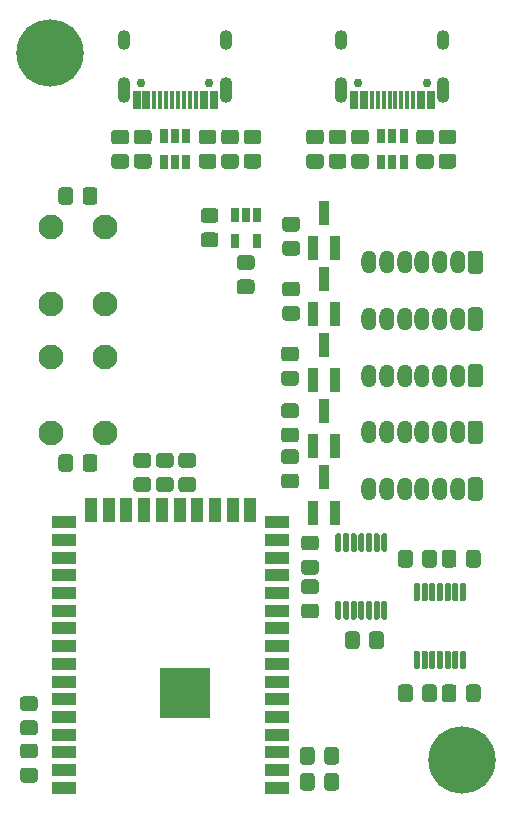
<source format=gbr>
%TF.GenerationSoftware,KiCad,Pcbnew,5.1.6-c6e7f7d~86~ubuntu18.04.1*%
%TF.CreationDate,2021-04-26T01:47:06-07:00*%
%TF.ProjectId,main_board,6d61696e-5f62-46f6-9172-642e6b696361,rev?*%
%TF.SameCoordinates,Original*%
%TF.FileFunction,Soldermask,Top*%
%TF.FilePolarity,Negative*%
%FSLAX46Y46*%
G04 Gerber Fmt 4.6, Leading zero omitted, Abs format (unit mm)*
G04 Created by KiCad (PCBNEW 5.1.6-c6e7f7d~86~ubuntu18.04.1) date 2021-04-26 01:47:06*
%MOMM*%
%LPD*%
G01*
G04 APERTURE LIST*
%ADD10C,2.100000*%
%ADD11R,2.100000X1.000000*%
%ADD12R,1.000000X2.100000*%
%ADD13C,0.600000*%
%ADD14C,1.800000*%
%ADD15R,4.200000X4.200000*%
%ADD16R,0.900000X2.000000*%
%ADD17C,5.700000*%
%ADD18R,0.700000X1.550000*%
%ADD19R,0.400000X1.550000*%
%ADD20O,1.100000X2.200000*%
%ADD21C,0.750000*%
%ADD22O,1.100000X1.700000*%
%ADD23R,0.750000X1.160000*%
%ADD24O,1.270000X1.970000*%
G04 APERTURE END LIST*
%TO.C,U6*%
G36*
G01*
X178125000Y-78825000D02*
X177875000Y-78825000D01*
G75*
G02*
X177750000Y-78700000I0J125000D01*
G01*
X177750000Y-77375000D01*
G75*
G02*
X177875000Y-77250000I125000J0D01*
G01*
X178125000Y-77250000D01*
G75*
G02*
X178250000Y-77375000I0J-125000D01*
G01*
X178250000Y-78700000D01*
G75*
G02*
X178125000Y-78825000I-125000J0D01*
G01*
G37*
G36*
G01*
X178775000Y-78825000D02*
X178525000Y-78825000D01*
G75*
G02*
X178400000Y-78700000I0J125000D01*
G01*
X178400000Y-77375000D01*
G75*
G02*
X178525000Y-77250000I125000J0D01*
G01*
X178775000Y-77250000D01*
G75*
G02*
X178900000Y-77375000I0J-125000D01*
G01*
X178900000Y-78700000D01*
G75*
G02*
X178775000Y-78825000I-125000J0D01*
G01*
G37*
G36*
G01*
X179425000Y-78825000D02*
X179175000Y-78825000D01*
G75*
G02*
X179050000Y-78700000I0J125000D01*
G01*
X179050000Y-77375000D01*
G75*
G02*
X179175000Y-77250000I125000J0D01*
G01*
X179425000Y-77250000D01*
G75*
G02*
X179550000Y-77375000I0J-125000D01*
G01*
X179550000Y-78700000D01*
G75*
G02*
X179425000Y-78825000I-125000J0D01*
G01*
G37*
G36*
G01*
X180075000Y-78825000D02*
X179825000Y-78825000D01*
G75*
G02*
X179700000Y-78700000I0J125000D01*
G01*
X179700000Y-77375000D01*
G75*
G02*
X179825000Y-77250000I125000J0D01*
G01*
X180075000Y-77250000D01*
G75*
G02*
X180200000Y-77375000I0J-125000D01*
G01*
X180200000Y-78700000D01*
G75*
G02*
X180075000Y-78825000I-125000J0D01*
G01*
G37*
G36*
G01*
X180725000Y-78825000D02*
X180475000Y-78825000D01*
G75*
G02*
X180350000Y-78700000I0J125000D01*
G01*
X180350000Y-77375000D01*
G75*
G02*
X180475000Y-77250000I125000J0D01*
G01*
X180725000Y-77250000D01*
G75*
G02*
X180850000Y-77375000I0J-125000D01*
G01*
X180850000Y-78700000D01*
G75*
G02*
X180725000Y-78825000I-125000J0D01*
G01*
G37*
G36*
G01*
X181375000Y-78825000D02*
X181125000Y-78825000D01*
G75*
G02*
X181000000Y-78700000I0J125000D01*
G01*
X181000000Y-77375000D01*
G75*
G02*
X181125000Y-77250000I125000J0D01*
G01*
X181375000Y-77250000D01*
G75*
G02*
X181500000Y-77375000I0J-125000D01*
G01*
X181500000Y-78700000D01*
G75*
G02*
X181375000Y-78825000I-125000J0D01*
G01*
G37*
G36*
G01*
X182025000Y-78825000D02*
X181775000Y-78825000D01*
G75*
G02*
X181650000Y-78700000I0J125000D01*
G01*
X181650000Y-77375000D01*
G75*
G02*
X181775000Y-77250000I125000J0D01*
G01*
X182025000Y-77250000D01*
G75*
G02*
X182150000Y-77375000I0J-125000D01*
G01*
X182150000Y-78700000D01*
G75*
G02*
X182025000Y-78825000I-125000J0D01*
G01*
G37*
G36*
G01*
X182025000Y-84550000D02*
X181775000Y-84550000D01*
G75*
G02*
X181650000Y-84425000I0J125000D01*
G01*
X181650000Y-83100000D01*
G75*
G02*
X181775000Y-82975000I125000J0D01*
G01*
X182025000Y-82975000D01*
G75*
G02*
X182150000Y-83100000I0J-125000D01*
G01*
X182150000Y-84425000D01*
G75*
G02*
X182025000Y-84550000I-125000J0D01*
G01*
G37*
G36*
G01*
X181375000Y-84550000D02*
X181125000Y-84550000D01*
G75*
G02*
X181000000Y-84425000I0J125000D01*
G01*
X181000000Y-83100000D01*
G75*
G02*
X181125000Y-82975000I125000J0D01*
G01*
X181375000Y-82975000D01*
G75*
G02*
X181500000Y-83100000I0J-125000D01*
G01*
X181500000Y-84425000D01*
G75*
G02*
X181375000Y-84550000I-125000J0D01*
G01*
G37*
G36*
G01*
X180725000Y-84550000D02*
X180475000Y-84550000D01*
G75*
G02*
X180350000Y-84425000I0J125000D01*
G01*
X180350000Y-83100000D01*
G75*
G02*
X180475000Y-82975000I125000J0D01*
G01*
X180725000Y-82975000D01*
G75*
G02*
X180850000Y-83100000I0J-125000D01*
G01*
X180850000Y-84425000D01*
G75*
G02*
X180725000Y-84550000I-125000J0D01*
G01*
G37*
G36*
G01*
X180075000Y-84550000D02*
X179825000Y-84550000D01*
G75*
G02*
X179700000Y-84425000I0J125000D01*
G01*
X179700000Y-83100000D01*
G75*
G02*
X179825000Y-82975000I125000J0D01*
G01*
X180075000Y-82975000D01*
G75*
G02*
X180200000Y-83100000I0J-125000D01*
G01*
X180200000Y-84425000D01*
G75*
G02*
X180075000Y-84550000I-125000J0D01*
G01*
G37*
G36*
G01*
X179425000Y-84550000D02*
X179175000Y-84550000D01*
G75*
G02*
X179050000Y-84425000I0J125000D01*
G01*
X179050000Y-83100000D01*
G75*
G02*
X179175000Y-82975000I125000J0D01*
G01*
X179425000Y-82975000D01*
G75*
G02*
X179550000Y-83100000I0J-125000D01*
G01*
X179550000Y-84425000D01*
G75*
G02*
X179425000Y-84550000I-125000J0D01*
G01*
G37*
G36*
G01*
X178775000Y-84550000D02*
X178525000Y-84550000D01*
G75*
G02*
X178400000Y-84425000I0J125000D01*
G01*
X178400000Y-83100000D01*
G75*
G02*
X178525000Y-82975000I125000J0D01*
G01*
X178775000Y-82975000D01*
G75*
G02*
X178900000Y-83100000I0J-125000D01*
G01*
X178900000Y-84425000D01*
G75*
G02*
X178775000Y-84550000I-125000J0D01*
G01*
G37*
G36*
G01*
X178125000Y-84550000D02*
X177875000Y-84550000D01*
G75*
G02*
X177750000Y-84425000I0J125000D01*
G01*
X177750000Y-83100000D01*
G75*
G02*
X177875000Y-82975000I125000J0D01*
G01*
X178125000Y-82975000D01*
G75*
G02*
X178250000Y-83100000I0J-125000D01*
G01*
X178250000Y-84425000D01*
G75*
G02*
X178125000Y-84550000I-125000J0D01*
G01*
G37*
%TD*%
%TO.C,U5*%
G36*
G01*
X184775000Y-83025000D02*
X184525000Y-83025000D01*
G75*
G02*
X184400000Y-82900000I0J125000D01*
G01*
X184400000Y-81575000D01*
G75*
G02*
X184525000Y-81450000I125000J0D01*
G01*
X184775000Y-81450000D01*
G75*
G02*
X184900000Y-81575000I0J-125000D01*
G01*
X184900000Y-82900000D01*
G75*
G02*
X184775000Y-83025000I-125000J0D01*
G01*
G37*
G36*
G01*
X185425000Y-83025000D02*
X185175000Y-83025000D01*
G75*
G02*
X185050000Y-82900000I0J125000D01*
G01*
X185050000Y-81575000D01*
G75*
G02*
X185175000Y-81450000I125000J0D01*
G01*
X185425000Y-81450000D01*
G75*
G02*
X185550000Y-81575000I0J-125000D01*
G01*
X185550000Y-82900000D01*
G75*
G02*
X185425000Y-83025000I-125000J0D01*
G01*
G37*
G36*
G01*
X186075000Y-83025000D02*
X185825000Y-83025000D01*
G75*
G02*
X185700000Y-82900000I0J125000D01*
G01*
X185700000Y-81575000D01*
G75*
G02*
X185825000Y-81450000I125000J0D01*
G01*
X186075000Y-81450000D01*
G75*
G02*
X186200000Y-81575000I0J-125000D01*
G01*
X186200000Y-82900000D01*
G75*
G02*
X186075000Y-83025000I-125000J0D01*
G01*
G37*
G36*
G01*
X186725000Y-83025000D02*
X186475000Y-83025000D01*
G75*
G02*
X186350000Y-82900000I0J125000D01*
G01*
X186350000Y-81575000D01*
G75*
G02*
X186475000Y-81450000I125000J0D01*
G01*
X186725000Y-81450000D01*
G75*
G02*
X186850000Y-81575000I0J-125000D01*
G01*
X186850000Y-82900000D01*
G75*
G02*
X186725000Y-83025000I-125000J0D01*
G01*
G37*
G36*
G01*
X187375000Y-83025000D02*
X187125000Y-83025000D01*
G75*
G02*
X187000000Y-82900000I0J125000D01*
G01*
X187000000Y-81575000D01*
G75*
G02*
X187125000Y-81450000I125000J0D01*
G01*
X187375000Y-81450000D01*
G75*
G02*
X187500000Y-81575000I0J-125000D01*
G01*
X187500000Y-82900000D01*
G75*
G02*
X187375000Y-83025000I-125000J0D01*
G01*
G37*
G36*
G01*
X188025000Y-83025000D02*
X187775000Y-83025000D01*
G75*
G02*
X187650000Y-82900000I0J125000D01*
G01*
X187650000Y-81575000D01*
G75*
G02*
X187775000Y-81450000I125000J0D01*
G01*
X188025000Y-81450000D01*
G75*
G02*
X188150000Y-81575000I0J-125000D01*
G01*
X188150000Y-82900000D01*
G75*
G02*
X188025000Y-83025000I-125000J0D01*
G01*
G37*
G36*
G01*
X188675000Y-83025000D02*
X188425000Y-83025000D01*
G75*
G02*
X188300000Y-82900000I0J125000D01*
G01*
X188300000Y-81575000D01*
G75*
G02*
X188425000Y-81450000I125000J0D01*
G01*
X188675000Y-81450000D01*
G75*
G02*
X188800000Y-81575000I0J-125000D01*
G01*
X188800000Y-82900000D01*
G75*
G02*
X188675000Y-83025000I-125000J0D01*
G01*
G37*
G36*
G01*
X188675000Y-88750000D02*
X188425000Y-88750000D01*
G75*
G02*
X188300000Y-88625000I0J125000D01*
G01*
X188300000Y-87300000D01*
G75*
G02*
X188425000Y-87175000I125000J0D01*
G01*
X188675000Y-87175000D01*
G75*
G02*
X188800000Y-87300000I0J-125000D01*
G01*
X188800000Y-88625000D01*
G75*
G02*
X188675000Y-88750000I-125000J0D01*
G01*
G37*
G36*
G01*
X188025000Y-88750000D02*
X187775000Y-88750000D01*
G75*
G02*
X187650000Y-88625000I0J125000D01*
G01*
X187650000Y-87300000D01*
G75*
G02*
X187775000Y-87175000I125000J0D01*
G01*
X188025000Y-87175000D01*
G75*
G02*
X188150000Y-87300000I0J-125000D01*
G01*
X188150000Y-88625000D01*
G75*
G02*
X188025000Y-88750000I-125000J0D01*
G01*
G37*
G36*
G01*
X187375000Y-88750000D02*
X187125000Y-88750000D01*
G75*
G02*
X187000000Y-88625000I0J125000D01*
G01*
X187000000Y-87300000D01*
G75*
G02*
X187125000Y-87175000I125000J0D01*
G01*
X187375000Y-87175000D01*
G75*
G02*
X187500000Y-87300000I0J-125000D01*
G01*
X187500000Y-88625000D01*
G75*
G02*
X187375000Y-88750000I-125000J0D01*
G01*
G37*
G36*
G01*
X186725000Y-88750000D02*
X186475000Y-88750000D01*
G75*
G02*
X186350000Y-88625000I0J125000D01*
G01*
X186350000Y-87300000D01*
G75*
G02*
X186475000Y-87175000I125000J0D01*
G01*
X186725000Y-87175000D01*
G75*
G02*
X186850000Y-87300000I0J-125000D01*
G01*
X186850000Y-88625000D01*
G75*
G02*
X186725000Y-88750000I-125000J0D01*
G01*
G37*
G36*
G01*
X186075000Y-88750000D02*
X185825000Y-88750000D01*
G75*
G02*
X185700000Y-88625000I0J125000D01*
G01*
X185700000Y-87300000D01*
G75*
G02*
X185825000Y-87175000I125000J0D01*
G01*
X186075000Y-87175000D01*
G75*
G02*
X186200000Y-87300000I0J-125000D01*
G01*
X186200000Y-88625000D01*
G75*
G02*
X186075000Y-88750000I-125000J0D01*
G01*
G37*
G36*
G01*
X185425000Y-88750000D02*
X185175000Y-88750000D01*
G75*
G02*
X185050000Y-88625000I0J125000D01*
G01*
X185050000Y-87300000D01*
G75*
G02*
X185175000Y-87175000I125000J0D01*
G01*
X185425000Y-87175000D01*
G75*
G02*
X185550000Y-87300000I0J-125000D01*
G01*
X185550000Y-88625000D01*
G75*
G02*
X185425000Y-88750000I-125000J0D01*
G01*
G37*
G36*
G01*
X184775000Y-88750000D02*
X184525000Y-88750000D01*
G75*
G02*
X184400000Y-88625000I0J125000D01*
G01*
X184400000Y-87300000D01*
G75*
G02*
X184525000Y-87175000I125000J0D01*
G01*
X184775000Y-87175000D01*
G75*
G02*
X184900000Y-87300000I0J-125000D01*
G01*
X184900000Y-88625000D01*
G75*
G02*
X184775000Y-88750000I-125000J0D01*
G01*
G37*
%TD*%
D10*
%TO.C,SW2*%
X158200000Y-68800000D03*
X153700000Y-68800000D03*
X158200000Y-62300000D03*
X153700000Y-62300000D03*
%TD*%
%TO.C,C5*%
G36*
G01*
X154300000Y-71778262D02*
X154300000Y-70821738D01*
G75*
G02*
X154571738Y-70550000I271738J0D01*
G01*
X155278262Y-70550000D01*
G75*
G02*
X155550000Y-70821738I0J-271738D01*
G01*
X155550000Y-71778262D01*
G75*
G02*
X155278262Y-72050000I-271738J0D01*
G01*
X154571738Y-72050000D01*
G75*
G02*
X154300000Y-71778262I0J271738D01*
G01*
G37*
G36*
G01*
X156350000Y-71778262D02*
X156350000Y-70821738D01*
G75*
G02*
X156621738Y-70550000I271738J0D01*
G01*
X157328262Y-70550000D01*
G75*
G02*
X157600000Y-70821738I0J-271738D01*
G01*
X157600000Y-71778262D01*
G75*
G02*
X157328262Y-72050000I-271738J0D01*
G01*
X156621738Y-72050000D01*
G75*
G02*
X156350000Y-71778262I0J271738D01*
G01*
G37*
%TD*%
D11*
%TO.C,U1*%
X154800000Y-98800000D03*
X154800000Y-97300000D03*
X154800000Y-95800000D03*
X154800000Y-94300000D03*
X154800000Y-92800000D03*
X154800000Y-91300000D03*
X154800000Y-89800000D03*
X154800000Y-88300000D03*
X154800000Y-86800000D03*
X154800000Y-85300000D03*
X154800000Y-83800000D03*
X154800000Y-82300000D03*
X154800000Y-80800000D03*
X154800000Y-79300000D03*
X154800000Y-77800000D03*
D12*
X157050000Y-75300000D03*
X158550000Y-75300000D03*
X160050000Y-75300000D03*
X161550000Y-75300000D03*
X163050000Y-75300000D03*
X164550000Y-75300000D03*
X166050000Y-75300000D03*
X167550000Y-75300000D03*
X169050000Y-75300000D03*
D11*
X172800000Y-76300000D03*
X172800000Y-77800000D03*
X172800000Y-79300000D03*
X172800000Y-80800000D03*
X172800000Y-82300000D03*
X172800000Y-83800000D03*
X172800000Y-85300000D03*
X172800000Y-86800000D03*
X172800000Y-88300000D03*
X172800000Y-89800000D03*
X172800000Y-91300000D03*
X172800000Y-92800000D03*
X172800000Y-94300000D03*
X172800000Y-95800000D03*
X172800000Y-97300000D03*
X172800000Y-98800000D03*
D13*
X163490000Y-90000000D03*
X166490000Y-90000000D03*
X163490000Y-91500000D03*
X166490000Y-91500000D03*
X164240000Y-89250000D03*
X165740000Y-89250000D03*
X164240000Y-92250000D03*
X165740000Y-92250000D03*
D14*
X164990000Y-90750000D03*
D15*
X164990000Y-90750000D03*
D11*
X154800000Y-76300000D03*
D12*
X170550000Y-75300000D03*
%TD*%
D16*
%TO.C,Q5*%
X176800000Y-72500000D03*
X177750000Y-75500000D03*
X175850000Y-75500000D03*
%TD*%
D17*
%TO.C,H2*%
X153550000Y-36549999D03*
%TD*%
%TO.C,H1*%
X188450000Y-96450000D03*
%TD*%
%TO.C,R9*%
G36*
G01*
X179800000Y-85821738D02*
X179800000Y-86778262D01*
G75*
G02*
X179528262Y-87050000I-271738J0D01*
G01*
X178821738Y-87050000D01*
G75*
G02*
X178550000Y-86778262I0J271738D01*
G01*
X178550000Y-85821738D01*
G75*
G02*
X178821738Y-85550000I271738J0D01*
G01*
X179528262Y-85550000D01*
G75*
G02*
X179800000Y-85821738I0J-271738D01*
G01*
G37*
G36*
G01*
X181850000Y-85821738D02*
X181850000Y-86778262D01*
G75*
G02*
X181578262Y-87050000I-271738J0D01*
G01*
X180871738Y-87050000D01*
G75*
G02*
X180600000Y-86778262I0J271738D01*
G01*
X180600000Y-85821738D01*
G75*
G02*
X180871738Y-85550000I271738J0D01*
G01*
X181578262Y-85550000D01*
G75*
G02*
X181850000Y-85821738I0J-271738D01*
G01*
G37*
%TD*%
%TO.C,R7*%
G36*
G01*
X188000000Y-78921738D02*
X188000000Y-79878262D01*
G75*
G02*
X187728262Y-80150000I-271738J0D01*
G01*
X187021738Y-80150000D01*
G75*
G02*
X186750000Y-79878262I0J271738D01*
G01*
X186750000Y-78921738D01*
G75*
G02*
X187021738Y-78650000I271738J0D01*
G01*
X187728262Y-78650000D01*
G75*
G02*
X188000000Y-78921738I0J-271738D01*
G01*
G37*
G36*
G01*
X190050000Y-78921738D02*
X190050000Y-79878262D01*
G75*
G02*
X189778262Y-80150000I-271738J0D01*
G01*
X189071738Y-80150000D01*
G75*
G02*
X188800000Y-79878262I0J271738D01*
G01*
X188800000Y-78921738D01*
G75*
G02*
X189071738Y-78650000I271738J0D01*
G01*
X189778262Y-78650000D01*
G75*
G02*
X190050000Y-78921738I0J-271738D01*
G01*
G37*
%TD*%
%TO.C,R8*%
G36*
G01*
X185100000Y-79878262D02*
X185100000Y-78921738D01*
G75*
G02*
X185371738Y-78650000I271738J0D01*
G01*
X186078262Y-78650000D01*
G75*
G02*
X186350000Y-78921738I0J-271738D01*
G01*
X186350000Y-79878262D01*
G75*
G02*
X186078262Y-80150000I-271738J0D01*
G01*
X185371738Y-80150000D01*
G75*
G02*
X185100000Y-79878262I0J271738D01*
G01*
G37*
G36*
G01*
X183050000Y-79878262D02*
X183050000Y-78921738D01*
G75*
G02*
X183321738Y-78650000I271738J0D01*
G01*
X184028262Y-78650000D01*
G75*
G02*
X184300000Y-78921738I0J-271738D01*
G01*
X184300000Y-79878262D01*
G75*
G02*
X184028262Y-80150000I-271738J0D01*
G01*
X183321738Y-80150000D01*
G75*
G02*
X183050000Y-79878262I0J271738D01*
G01*
G37*
%TD*%
%TO.C,R6*%
G36*
G01*
X185100000Y-91278262D02*
X185100000Y-90321738D01*
G75*
G02*
X185371738Y-90050000I271738J0D01*
G01*
X186078262Y-90050000D01*
G75*
G02*
X186350000Y-90321738I0J-271738D01*
G01*
X186350000Y-91278262D01*
G75*
G02*
X186078262Y-91550000I-271738J0D01*
G01*
X185371738Y-91550000D01*
G75*
G02*
X185100000Y-91278262I0J271738D01*
G01*
G37*
G36*
G01*
X183050000Y-91278262D02*
X183050000Y-90321738D01*
G75*
G02*
X183321738Y-90050000I271738J0D01*
G01*
X184028262Y-90050000D01*
G75*
G02*
X184300000Y-90321738I0J-271738D01*
G01*
X184300000Y-91278262D01*
G75*
G02*
X184028262Y-91550000I-271738J0D01*
G01*
X183321738Y-91550000D01*
G75*
G02*
X183050000Y-91278262I0J271738D01*
G01*
G37*
%TD*%
%TO.C,R5*%
G36*
G01*
X188000000Y-90321738D02*
X188000000Y-91278262D01*
G75*
G02*
X187728262Y-91550000I-271738J0D01*
G01*
X187021738Y-91550000D01*
G75*
G02*
X186750000Y-91278262I0J271738D01*
G01*
X186750000Y-90321738D01*
G75*
G02*
X187021738Y-90050000I271738J0D01*
G01*
X187728262Y-90050000D01*
G75*
G02*
X188000000Y-90321738I0J-271738D01*
G01*
G37*
G36*
G01*
X190050000Y-90321738D02*
X190050000Y-91278262D01*
G75*
G02*
X189778262Y-91550000I-271738J0D01*
G01*
X189071738Y-91550000D01*
G75*
G02*
X188800000Y-91278262I0J271738D01*
G01*
X188800000Y-90321738D01*
G75*
G02*
X189071738Y-90050000I271738J0D01*
G01*
X189778262Y-90050000D01*
G75*
G02*
X190050000Y-90321738I0J-271738D01*
G01*
G37*
%TD*%
%TO.C,R4*%
G36*
G01*
X175121738Y-83200000D02*
X176078262Y-83200000D01*
G75*
G02*
X176350000Y-83471738I0J-271738D01*
G01*
X176350000Y-84178262D01*
G75*
G02*
X176078262Y-84450000I-271738J0D01*
G01*
X175121738Y-84450000D01*
G75*
G02*
X174850000Y-84178262I0J271738D01*
G01*
X174850000Y-83471738D01*
G75*
G02*
X175121738Y-83200000I271738J0D01*
G01*
G37*
G36*
G01*
X175121738Y-81150000D02*
X176078262Y-81150000D01*
G75*
G02*
X176350000Y-81421738I0J-271738D01*
G01*
X176350000Y-82128262D01*
G75*
G02*
X176078262Y-82400000I-271738J0D01*
G01*
X175121738Y-82400000D01*
G75*
G02*
X174850000Y-82128262I0J271738D01*
G01*
X174850000Y-81421738D01*
G75*
G02*
X175121738Y-81150000I271738J0D01*
G01*
G37*
%TD*%
%TO.C,R3*%
G36*
G01*
X175121738Y-79500000D02*
X176078262Y-79500000D01*
G75*
G02*
X176350000Y-79771738I0J-271738D01*
G01*
X176350000Y-80478262D01*
G75*
G02*
X176078262Y-80750000I-271738J0D01*
G01*
X175121738Y-80750000D01*
G75*
G02*
X174850000Y-80478262I0J271738D01*
G01*
X174850000Y-79771738D01*
G75*
G02*
X175121738Y-79500000I271738J0D01*
G01*
G37*
G36*
G01*
X175121738Y-77450000D02*
X176078262Y-77450000D01*
G75*
G02*
X176350000Y-77721738I0J-271738D01*
G01*
X176350000Y-78428262D01*
G75*
G02*
X176078262Y-78700000I-271738J0D01*
G01*
X175121738Y-78700000D01*
G75*
G02*
X174850000Y-78428262I0J271738D01*
G01*
X174850000Y-77721738D01*
G75*
G02*
X175121738Y-77450000I271738J0D01*
G01*
G37*
%TD*%
%TO.C,R14*%
G36*
G01*
X174378262Y-71400000D02*
X173421738Y-71400000D01*
G75*
G02*
X173150000Y-71128262I0J271738D01*
G01*
X173150000Y-70421738D01*
G75*
G02*
X173421738Y-70150000I271738J0D01*
G01*
X174378262Y-70150000D01*
G75*
G02*
X174650000Y-70421738I0J-271738D01*
G01*
X174650000Y-71128262D01*
G75*
G02*
X174378262Y-71400000I-271738J0D01*
G01*
G37*
G36*
G01*
X174378262Y-73450000D02*
X173421738Y-73450000D01*
G75*
G02*
X173150000Y-73178262I0J271738D01*
G01*
X173150000Y-72471738D01*
G75*
G02*
X173421738Y-72200000I271738J0D01*
G01*
X174378262Y-72200000D01*
G75*
G02*
X174650000Y-72471738I0J-271738D01*
G01*
X174650000Y-73178262D01*
G75*
G02*
X174378262Y-73450000I-271738J0D01*
G01*
G37*
%TD*%
%TO.C,R13*%
G36*
G01*
X174378262Y-67500000D02*
X173421738Y-67500000D01*
G75*
G02*
X173150000Y-67228262I0J271738D01*
G01*
X173150000Y-66521738D01*
G75*
G02*
X173421738Y-66250000I271738J0D01*
G01*
X174378262Y-66250000D01*
G75*
G02*
X174650000Y-66521738I0J-271738D01*
G01*
X174650000Y-67228262D01*
G75*
G02*
X174378262Y-67500000I-271738J0D01*
G01*
G37*
G36*
G01*
X174378262Y-69550000D02*
X173421738Y-69550000D01*
G75*
G02*
X173150000Y-69278262I0J271738D01*
G01*
X173150000Y-68571738D01*
G75*
G02*
X173421738Y-68300000I271738J0D01*
G01*
X174378262Y-68300000D01*
G75*
G02*
X174650000Y-68571738I0J-271738D01*
G01*
X174650000Y-69278262D01*
G75*
G02*
X174378262Y-69550000I-271738J0D01*
G01*
G37*
%TD*%
%TO.C,R12*%
G36*
G01*
X174378262Y-62700000D02*
X173421738Y-62700000D01*
G75*
G02*
X173150000Y-62428262I0J271738D01*
G01*
X173150000Y-61721738D01*
G75*
G02*
X173421738Y-61450000I271738J0D01*
G01*
X174378262Y-61450000D01*
G75*
G02*
X174650000Y-61721738I0J-271738D01*
G01*
X174650000Y-62428262D01*
G75*
G02*
X174378262Y-62700000I-271738J0D01*
G01*
G37*
G36*
G01*
X174378262Y-64750000D02*
X173421738Y-64750000D01*
G75*
G02*
X173150000Y-64478262I0J271738D01*
G01*
X173150000Y-63771738D01*
G75*
G02*
X173421738Y-63500000I271738J0D01*
G01*
X174378262Y-63500000D01*
G75*
G02*
X174650000Y-63771738I0J-271738D01*
G01*
X174650000Y-64478262D01*
G75*
G02*
X174378262Y-64750000I-271738J0D01*
G01*
G37*
%TD*%
%TO.C,R11*%
G36*
G01*
X174478262Y-57200000D02*
X173521738Y-57200000D01*
G75*
G02*
X173250000Y-56928262I0J271738D01*
G01*
X173250000Y-56221738D01*
G75*
G02*
X173521738Y-55950000I271738J0D01*
G01*
X174478262Y-55950000D01*
G75*
G02*
X174750000Y-56221738I0J-271738D01*
G01*
X174750000Y-56928262D01*
G75*
G02*
X174478262Y-57200000I-271738J0D01*
G01*
G37*
G36*
G01*
X174478262Y-59250000D02*
X173521738Y-59250000D01*
G75*
G02*
X173250000Y-58978262I0J271738D01*
G01*
X173250000Y-58271738D01*
G75*
G02*
X173521738Y-58000000I271738J0D01*
G01*
X174478262Y-58000000D01*
G75*
G02*
X174750000Y-58271738I0J-271738D01*
G01*
X174750000Y-58978262D01*
G75*
G02*
X174478262Y-59250000I-271738J0D01*
G01*
G37*
%TD*%
%TO.C,R10*%
G36*
G01*
X174478262Y-51700000D02*
X173521738Y-51700000D01*
G75*
G02*
X173250000Y-51428262I0J271738D01*
G01*
X173250000Y-50721738D01*
G75*
G02*
X173521738Y-50450000I271738J0D01*
G01*
X174478262Y-50450000D01*
G75*
G02*
X174750000Y-50721738I0J-271738D01*
G01*
X174750000Y-51428262D01*
G75*
G02*
X174478262Y-51700000I-271738J0D01*
G01*
G37*
G36*
G01*
X174478262Y-53750000D02*
X173521738Y-53750000D01*
G75*
G02*
X173250000Y-53478262I0J271738D01*
G01*
X173250000Y-52771738D01*
G75*
G02*
X173521738Y-52500000I271738J0D01*
G01*
X174478262Y-52500000D01*
G75*
G02*
X174750000Y-52771738I0J-271738D01*
G01*
X174750000Y-53478262D01*
G75*
G02*
X174478262Y-53750000I-271738J0D01*
G01*
G37*
%TD*%
%TO.C,R20*%
G36*
G01*
X161878262Y-71700000D02*
X160921738Y-71700000D01*
G75*
G02*
X160650000Y-71428262I0J271738D01*
G01*
X160650000Y-70721738D01*
G75*
G02*
X160921738Y-70450000I271738J0D01*
G01*
X161878262Y-70450000D01*
G75*
G02*
X162150000Y-70721738I0J-271738D01*
G01*
X162150000Y-71428262D01*
G75*
G02*
X161878262Y-71700000I-271738J0D01*
G01*
G37*
G36*
G01*
X161878262Y-73750000D02*
X160921738Y-73750000D01*
G75*
G02*
X160650000Y-73478262I0J271738D01*
G01*
X160650000Y-72771738D01*
G75*
G02*
X160921738Y-72500000I271738J0D01*
G01*
X161878262Y-72500000D01*
G75*
G02*
X162150000Y-72771738I0J-271738D01*
G01*
X162150000Y-73478262D01*
G75*
G02*
X161878262Y-73750000I-271738J0D01*
G01*
G37*
%TD*%
%TO.C,R19*%
G36*
G01*
X163778262Y-71700000D02*
X162821738Y-71700000D01*
G75*
G02*
X162550000Y-71428262I0J271738D01*
G01*
X162550000Y-70721738D01*
G75*
G02*
X162821738Y-70450000I271738J0D01*
G01*
X163778262Y-70450000D01*
G75*
G02*
X164050000Y-70721738I0J-271738D01*
G01*
X164050000Y-71428262D01*
G75*
G02*
X163778262Y-71700000I-271738J0D01*
G01*
G37*
G36*
G01*
X163778262Y-73750000D02*
X162821738Y-73750000D01*
G75*
G02*
X162550000Y-73478262I0J271738D01*
G01*
X162550000Y-72771738D01*
G75*
G02*
X162821738Y-72500000I271738J0D01*
G01*
X163778262Y-72500000D01*
G75*
G02*
X164050000Y-72771738I0J-271738D01*
G01*
X164050000Y-73478262D01*
G75*
G02*
X163778262Y-73750000I-271738J0D01*
G01*
G37*
%TD*%
D18*
%TO.C,J7*%
X179330000Y-40595000D03*
X180130000Y-40595000D03*
X185030000Y-40595000D03*
X185830000Y-40595000D03*
X185830000Y-40595000D03*
X185030000Y-40595000D03*
X180130000Y-40595000D03*
X179330000Y-40595000D03*
D19*
X184330000Y-40595000D03*
X183830000Y-40595000D03*
X183330000Y-40595000D03*
X182330000Y-40595000D03*
X181830000Y-40595000D03*
X181330000Y-40595000D03*
X180830000Y-40595000D03*
X182830000Y-40595000D03*
D20*
X178260000Y-39680000D03*
X186900000Y-39680000D03*
D21*
X185470000Y-39150000D03*
D22*
X186900000Y-35500000D03*
D21*
X179690000Y-39150000D03*
D22*
X178260000Y-35500000D03*
%TD*%
D18*
%TO.C,J6*%
X160930000Y-40595000D03*
X161730000Y-40595000D03*
X166630000Y-40595000D03*
X167430000Y-40595000D03*
X167430000Y-40595000D03*
X166630000Y-40595000D03*
X161730000Y-40595000D03*
X160930000Y-40595000D03*
D19*
X165930000Y-40595000D03*
X165430000Y-40595000D03*
X164930000Y-40595000D03*
X163930000Y-40595000D03*
X163430000Y-40595000D03*
X162930000Y-40595000D03*
X162430000Y-40595000D03*
X164430000Y-40595000D03*
D20*
X159860000Y-39680000D03*
X168500000Y-39680000D03*
D21*
X167070000Y-39150000D03*
D22*
X168500000Y-35500000D03*
D21*
X161290000Y-39150000D03*
D22*
X159860000Y-35500000D03*
%TD*%
%TO.C,C8*%
G36*
G01*
X168351738Y-45125000D02*
X169308262Y-45125000D01*
G75*
G02*
X169580000Y-45396738I0J-271738D01*
G01*
X169580000Y-46103262D01*
G75*
G02*
X169308262Y-46375000I-271738J0D01*
G01*
X168351738Y-46375000D01*
G75*
G02*
X168080000Y-46103262I0J271738D01*
G01*
X168080000Y-45396738D01*
G75*
G02*
X168351738Y-45125000I271738J0D01*
G01*
G37*
G36*
G01*
X168351738Y-43075000D02*
X169308262Y-43075000D01*
G75*
G02*
X169580000Y-43346738I0J-271738D01*
G01*
X169580000Y-44053262D01*
G75*
G02*
X169308262Y-44325000I-271738J0D01*
G01*
X168351738Y-44325000D01*
G75*
G02*
X168080000Y-44053262I0J271738D01*
G01*
X168080000Y-43346738D01*
G75*
G02*
X168351738Y-43075000I271738J0D01*
G01*
G37*
%TD*%
%TO.C,FB1*%
G36*
G01*
X159051738Y-45125000D02*
X160008262Y-45125000D01*
G75*
G02*
X160280000Y-45396738I0J-271738D01*
G01*
X160280000Y-46103262D01*
G75*
G02*
X160008262Y-46375000I-271738J0D01*
G01*
X159051738Y-46375000D01*
G75*
G02*
X158780000Y-46103262I0J271738D01*
G01*
X158780000Y-45396738D01*
G75*
G02*
X159051738Y-45125000I271738J0D01*
G01*
G37*
G36*
G01*
X159051738Y-43075000D02*
X160008262Y-43075000D01*
G75*
G02*
X160280000Y-43346738I0J-271738D01*
G01*
X160280000Y-44053262D01*
G75*
G02*
X160008262Y-44325000I-271738J0D01*
G01*
X159051738Y-44325000D01*
G75*
G02*
X158780000Y-44053262I0J271738D01*
G01*
X158780000Y-43346738D01*
G75*
G02*
X159051738Y-43075000I271738J0D01*
G01*
G37*
%TD*%
%TO.C,FB2*%
G36*
G01*
X171208262Y-44325000D02*
X170251738Y-44325000D01*
G75*
G02*
X169980000Y-44053262I0J271738D01*
G01*
X169980000Y-43346738D01*
G75*
G02*
X170251738Y-43075000I271738J0D01*
G01*
X171208262Y-43075000D01*
G75*
G02*
X171480000Y-43346738I0J-271738D01*
G01*
X171480000Y-44053262D01*
G75*
G02*
X171208262Y-44325000I-271738J0D01*
G01*
G37*
G36*
G01*
X171208262Y-46375000D02*
X170251738Y-46375000D01*
G75*
G02*
X169980000Y-46103262I0J271738D01*
G01*
X169980000Y-45396738D01*
G75*
G02*
X170251738Y-45125000I271738J0D01*
G01*
X171208262Y-45125000D01*
G75*
G02*
X171480000Y-45396738I0J-271738D01*
G01*
X171480000Y-46103262D01*
G75*
G02*
X171208262Y-46375000I-271738J0D01*
G01*
G37*
%TD*%
D23*
%TO.C,U3*%
X164180000Y-45820000D03*
X165130000Y-45820000D03*
X163230000Y-45820000D03*
X163230000Y-43620000D03*
X164180000Y-43620000D03*
X165130000Y-43620000D03*
%TD*%
%TO.C,R15*%
G36*
G01*
X160951738Y-45125000D02*
X161908262Y-45125000D01*
G75*
G02*
X162180000Y-45396738I0J-271738D01*
G01*
X162180000Y-46103262D01*
G75*
G02*
X161908262Y-46375000I-271738J0D01*
G01*
X160951738Y-46375000D01*
G75*
G02*
X160680000Y-46103262I0J271738D01*
G01*
X160680000Y-45396738D01*
G75*
G02*
X160951738Y-45125000I271738J0D01*
G01*
G37*
G36*
G01*
X160951738Y-43075000D02*
X161908262Y-43075000D01*
G75*
G02*
X162180000Y-43346738I0J-271738D01*
G01*
X162180000Y-44053262D01*
G75*
G02*
X161908262Y-44325000I-271738J0D01*
G01*
X160951738Y-44325000D01*
G75*
G02*
X160680000Y-44053262I0J271738D01*
G01*
X160680000Y-43346738D01*
G75*
G02*
X160951738Y-43075000I271738J0D01*
G01*
G37*
%TD*%
%TO.C,R16*%
G36*
G01*
X166451738Y-45125000D02*
X167408262Y-45125000D01*
G75*
G02*
X167680000Y-45396738I0J-271738D01*
G01*
X167680000Y-46103262D01*
G75*
G02*
X167408262Y-46375000I-271738J0D01*
G01*
X166451738Y-46375000D01*
G75*
G02*
X166180000Y-46103262I0J271738D01*
G01*
X166180000Y-45396738D01*
G75*
G02*
X166451738Y-45125000I271738J0D01*
G01*
G37*
G36*
G01*
X166451738Y-43075000D02*
X167408262Y-43075000D01*
G75*
G02*
X167680000Y-43346738I0J-271738D01*
G01*
X167680000Y-44053262D01*
G75*
G02*
X167408262Y-44325000I-271738J0D01*
G01*
X166451738Y-44325000D01*
G75*
G02*
X166180000Y-44053262I0J271738D01*
G01*
X166180000Y-43346738D01*
G75*
G02*
X166451738Y-43075000I271738J0D01*
G01*
G37*
%TD*%
%TO.C,R18*%
G36*
G01*
X184851738Y-45125000D02*
X185808262Y-45125000D01*
G75*
G02*
X186080000Y-45396738I0J-271738D01*
G01*
X186080000Y-46103262D01*
G75*
G02*
X185808262Y-46375000I-271738J0D01*
G01*
X184851738Y-46375000D01*
G75*
G02*
X184580000Y-46103262I0J271738D01*
G01*
X184580000Y-45396738D01*
G75*
G02*
X184851738Y-45125000I271738J0D01*
G01*
G37*
G36*
G01*
X184851738Y-43075000D02*
X185808262Y-43075000D01*
G75*
G02*
X186080000Y-43346738I0J-271738D01*
G01*
X186080000Y-44053262D01*
G75*
G02*
X185808262Y-44325000I-271738J0D01*
G01*
X184851738Y-44325000D01*
G75*
G02*
X184580000Y-44053262I0J271738D01*
G01*
X184580000Y-43346738D01*
G75*
G02*
X184851738Y-43075000I271738J0D01*
G01*
G37*
%TD*%
%TO.C,R17*%
G36*
G01*
X179351738Y-45125000D02*
X180308262Y-45125000D01*
G75*
G02*
X180580000Y-45396738I0J-271738D01*
G01*
X180580000Y-46103262D01*
G75*
G02*
X180308262Y-46375000I-271738J0D01*
G01*
X179351738Y-46375000D01*
G75*
G02*
X179080000Y-46103262I0J271738D01*
G01*
X179080000Y-45396738D01*
G75*
G02*
X179351738Y-45125000I271738J0D01*
G01*
G37*
G36*
G01*
X179351738Y-43075000D02*
X180308262Y-43075000D01*
G75*
G02*
X180580000Y-43346738I0J-271738D01*
G01*
X180580000Y-44053262D01*
G75*
G02*
X180308262Y-44325000I-271738J0D01*
G01*
X179351738Y-44325000D01*
G75*
G02*
X179080000Y-44053262I0J271738D01*
G01*
X179080000Y-43346738D01*
G75*
G02*
X179351738Y-43075000I271738J0D01*
G01*
G37*
%TD*%
%TO.C,C9*%
G36*
G01*
X186751738Y-45125000D02*
X187708262Y-45125000D01*
G75*
G02*
X187980000Y-45396738I0J-271738D01*
G01*
X187980000Y-46103262D01*
G75*
G02*
X187708262Y-46375000I-271738J0D01*
G01*
X186751738Y-46375000D01*
G75*
G02*
X186480000Y-46103262I0J271738D01*
G01*
X186480000Y-45396738D01*
G75*
G02*
X186751738Y-45125000I271738J0D01*
G01*
G37*
G36*
G01*
X186751738Y-43075000D02*
X187708262Y-43075000D01*
G75*
G02*
X187980000Y-43346738I0J-271738D01*
G01*
X187980000Y-44053262D01*
G75*
G02*
X187708262Y-44325000I-271738J0D01*
G01*
X186751738Y-44325000D01*
G75*
G02*
X186480000Y-44053262I0J271738D01*
G01*
X186480000Y-43346738D01*
G75*
G02*
X186751738Y-43075000I271738J0D01*
G01*
G37*
%TD*%
%TO.C,R2*%
G36*
G01*
X151321738Y-93100000D02*
X152278262Y-93100000D01*
G75*
G02*
X152550000Y-93371738I0J-271738D01*
G01*
X152550000Y-94078262D01*
G75*
G02*
X152278262Y-94350000I-271738J0D01*
G01*
X151321738Y-94350000D01*
G75*
G02*
X151050000Y-94078262I0J271738D01*
G01*
X151050000Y-93371738D01*
G75*
G02*
X151321738Y-93100000I271738J0D01*
G01*
G37*
G36*
G01*
X151321738Y-91050000D02*
X152278262Y-91050000D01*
G75*
G02*
X152550000Y-91321738I0J-271738D01*
G01*
X152550000Y-92028262D01*
G75*
G02*
X152278262Y-92300000I-271738J0D01*
G01*
X151321738Y-92300000D01*
G75*
G02*
X151050000Y-92028262I0J271738D01*
G01*
X151050000Y-91321738D01*
G75*
G02*
X151321738Y-91050000I271738J0D01*
G01*
G37*
%TD*%
%TO.C,U4*%
X182580000Y-45820000D03*
X183530000Y-45820000D03*
X181630000Y-45820000D03*
X181630000Y-43620000D03*
X182580000Y-43620000D03*
X183530000Y-43620000D03*
%TD*%
%TO.C,U2*%
X171150000Y-52500000D03*
X169250000Y-52500000D03*
X169250000Y-50300000D03*
X170200000Y-50300000D03*
X171150000Y-50300000D03*
%TD*%
D10*
%TO.C,SW1*%
X153700000Y-51300000D03*
X158200000Y-51300000D03*
X153700000Y-57800000D03*
X158200000Y-57800000D03*
%TD*%
%TO.C,R1*%
G36*
G01*
X165678262Y-71700000D02*
X164721738Y-71700000D01*
G75*
G02*
X164450000Y-71428262I0J271738D01*
G01*
X164450000Y-70721738D01*
G75*
G02*
X164721738Y-70450000I271738J0D01*
G01*
X165678262Y-70450000D01*
G75*
G02*
X165950000Y-70721738I0J-271738D01*
G01*
X165950000Y-71428262D01*
G75*
G02*
X165678262Y-71700000I-271738J0D01*
G01*
G37*
G36*
G01*
X165678262Y-73750000D02*
X164721738Y-73750000D01*
G75*
G02*
X164450000Y-73478262I0J271738D01*
G01*
X164450000Y-72771738D01*
G75*
G02*
X164721738Y-72500000I271738J0D01*
G01*
X165678262Y-72500000D01*
G75*
G02*
X165950000Y-72771738I0J-271738D01*
G01*
X165950000Y-73478262D01*
G75*
G02*
X165678262Y-73750000I-271738J0D01*
G01*
G37*
%TD*%
D16*
%TO.C,Q4*%
X176800000Y-66900000D03*
X177750000Y-69900000D03*
X175850000Y-69900000D03*
%TD*%
%TO.C,Q3*%
X176800000Y-61300000D03*
X177750000Y-64300000D03*
X175850000Y-64300000D03*
%TD*%
%TO.C,Q2*%
X176800000Y-55700000D03*
X177750000Y-58700000D03*
X175850000Y-58700000D03*
%TD*%
%TO.C,Q1*%
X176800000Y-50100000D03*
X177750000Y-53100000D03*
X175850000Y-53100000D03*
%TD*%
D24*
%TO.C,J5*%
X180600000Y-73500000D03*
X182100000Y-73500000D03*
X183600000Y-73500000D03*
X185100000Y-73500000D03*
X186600000Y-73500000D03*
X188100000Y-73500000D03*
G36*
G01*
X190235000Y-72786367D02*
X190235000Y-74213633D01*
G75*
G02*
X189963633Y-74485000I-271367J0D01*
G01*
X189236367Y-74485000D01*
G75*
G02*
X188965000Y-74213633I0J271367D01*
G01*
X188965000Y-72786367D01*
G75*
G02*
X189236367Y-72515000I271367J0D01*
G01*
X189963633Y-72515000D01*
G75*
G02*
X190235000Y-72786367I0J-271367D01*
G01*
G37*
%TD*%
%TO.C,J4*%
X180600000Y-68700000D03*
X182100000Y-68700000D03*
X183600000Y-68700000D03*
X185100000Y-68700000D03*
X186600000Y-68700000D03*
X188100000Y-68700000D03*
G36*
G01*
X190235000Y-67986367D02*
X190235000Y-69413633D01*
G75*
G02*
X189963633Y-69685000I-271367J0D01*
G01*
X189236367Y-69685000D01*
G75*
G02*
X188965000Y-69413633I0J271367D01*
G01*
X188965000Y-67986367D01*
G75*
G02*
X189236367Y-67715000I271367J0D01*
G01*
X189963633Y-67715000D01*
G75*
G02*
X190235000Y-67986367I0J-271367D01*
G01*
G37*
%TD*%
%TO.C,J3*%
X180600000Y-63900000D03*
X182100000Y-63900000D03*
X183600000Y-63900000D03*
X185100000Y-63900000D03*
X186600000Y-63900000D03*
X188100000Y-63900000D03*
G36*
G01*
X190235000Y-63186367D02*
X190235000Y-64613633D01*
G75*
G02*
X189963633Y-64885000I-271367J0D01*
G01*
X189236367Y-64885000D01*
G75*
G02*
X188965000Y-64613633I0J271367D01*
G01*
X188965000Y-63186367D01*
G75*
G02*
X189236367Y-62915000I271367J0D01*
G01*
X189963633Y-62915000D01*
G75*
G02*
X190235000Y-63186367I0J-271367D01*
G01*
G37*
%TD*%
%TO.C,J2*%
X180600000Y-59100000D03*
X182100000Y-59100000D03*
X183600000Y-59100000D03*
X185100000Y-59100000D03*
X186600000Y-59100000D03*
X188100000Y-59100000D03*
G36*
G01*
X190235000Y-58386367D02*
X190235000Y-59813633D01*
G75*
G02*
X189963633Y-60085000I-271367J0D01*
G01*
X189236367Y-60085000D01*
G75*
G02*
X188965000Y-59813633I0J271367D01*
G01*
X188965000Y-58386367D01*
G75*
G02*
X189236367Y-58115000I271367J0D01*
G01*
X189963633Y-58115000D01*
G75*
G02*
X190235000Y-58386367I0J-271367D01*
G01*
G37*
%TD*%
%TO.C,J1*%
X180600000Y-54300000D03*
X182100000Y-54300000D03*
X183600000Y-54300000D03*
X185100000Y-54300000D03*
X186600000Y-54300000D03*
X188100000Y-54300000D03*
G36*
G01*
X190235000Y-53586367D02*
X190235000Y-55013633D01*
G75*
G02*
X189963633Y-55285000I-271367J0D01*
G01*
X189236367Y-55285000D01*
G75*
G02*
X188965000Y-55013633I0J271367D01*
G01*
X188965000Y-53586367D01*
G75*
G02*
X189236367Y-53315000I271367J0D01*
G01*
X189963633Y-53315000D01*
G75*
G02*
X190235000Y-53586367I0J-271367D01*
G01*
G37*
%TD*%
%TO.C,FB4*%
G36*
G01*
X178408262Y-44325000D02*
X177451738Y-44325000D01*
G75*
G02*
X177180000Y-44053262I0J271738D01*
G01*
X177180000Y-43346738D01*
G75*
G02*
X177451738Y-43075000I271738J0D01*
G01*
X178408262Y-43075000D01*
G75*
G02*
X178680000Y-43346738I0J-271738D01*
G01*
X178680000Y-44053262D01*
G75*
G02*
X178408262Y-44325000I-271738J0D01*
G01*
G37*
G36*
G01*
X178408262Y-46375000D02*
X177451738Y-46375000D01*
G75*
G02*
X177180000Y-46103262I0J271738D01*
G01*
X177180000Y-45396738D01*
G75*
G02*
X177451738Y-45125000I271738J0D01*
G01*
X178408262Y-45125000D01*
G75*
G02*
X178680000Y-45396738I0J-271738D01*
G01*
X178680000Y-46103262D01*
G75*
G02*
X178408262Y-46375000I-271738J0D01*
G01*
G37*
%TD*%
%TO.C,FB3*%
G36*
G01*
X175551738Y-45125000D02*
X176508262Y-45125000D01*
G75*
G02*
X176780000Y-45396738I0J-271738D01*
G01*
X176780000Y-46103262D01*
G75*
G02*
X176508262Y-46375000I-271738J0D01*
G01*
X175551738Y-46375000D01*
G75*
G02*
X175280000Y-46103262I0J271738D01*
G01*
X175280000Y-45396738D01*
G75*
G02*
X175551738Y-45125000I271738J0D01*
G01*
G37*
G36*
G01*
X175551738Y-43075000D02*
X176508262Y-43075000D01*
G75*
G02*
X176780000Y-43346738I0J-271738D01*
G01*
X176780000Y-44053262D01*
G75*
G02*
X176508262Y-44325000I-271738J0D01*
G01*
X175551738Y-44325000D01*
G75*
G02*
X175280000Y-44053262I0J271738D01*
G01*
X175280000Y-43346738D01*
G75*
G02*
X175551738Y-43075000I271738J0D01*
G01*
G37*
%TD*%
%TO.C,C7*%
G36*
G01*
X169671738Y-55755000D02*
X170628262Y-55755000D01*
G75*
G02*
X170900000Y-56026738I0J-271738D01*
G01*
X170900000Y-56733262D01*
G75*
G02*
X170628262Y-57005000I-271738J0D01*
G01*
X169671738Y-57005000D01*
G75*
G02*
X169400000Y-56733262I0J271738D01*
G01*
X169400000Y-56026738D01*
G75*
G02*
X169671738Y-55755000I271738J0D01*
G01*
G37*
G36*
G01*
X169671738Y-53705000D02*
X170628262Y-53705000D01*
G75*
G02*
X170900000Y-53976738I0J-271738D01*
G01*
X170900000Y-54683262D01*
G75*
G02*
X170628262Y-54955000I-271738J0D01*
G01*
X169671738Y-54955000D01*
G75*
G02*
X169400000Y-54683262I0J271738D01*
G01*
X169400000Y-53976738D01*
G75*
G02*
X169671738Y-53705000I271738J0D01*
G01*
G37*
%TD*%
%TO.C,C6*%
G36*
G01*
X166621738Y-51775000D02*
X167578262Y-51775000D01*
G75*
G02*
X167850000Y-52046738I0J-271738D01*
G01*
X167850000Y-52753262D01*
G75*
G02*
X167578262Y-53025000I-271738J0D01*
G01*
X166621738Y-53025000D01*
G75*
G02*
X166350000Y-52753262I0J271738D01*
G01*
X166350000Y-52046738D01*
G75*
G02*
X166621738Y-51775000I271738J0D01*
G01*
G37*
G36*
G01*
X166621738Y-49725000D02*
X167578262Y-49725000D01*
G75*
G02*
X167850000Y-49996738I0J-271738D01*
G01*
X167850000Y-50703262D01*
G75*
G02*
X167578262Y-50975000I-271738J0D01*
G01*
X166621738Y-50975000D01*
G75*
G02*
X166350000Y-50703262I0J271738D01*
G01*
X166350000Y-49996738D01*
G75*
G02*
X166621738Y-49725000I271738J0D01*
G01*
G37*
%TD*%
%TO.C,C4*%
G36*
G01*
X155550000Y-48221738D02*
X155550000Y-49178262D01*
G75*
G02*
X155278262Y-49450000I-271738J0D01*
G01*
X154571738Y-49450000D01*
G75*
G02*
X154300000Y-49178262I0J271738D01*
G01*
X154300000Y-48221738D01*
G75*
G02*
X154571738Y-47950000I271738J0D01*
G01*
X155278262Y-47950000D01*
G75*
G02*
X155550000Y-48221738I0J-271738D01*
G01*
G37*
G36*
G01*
X157600000Y-48221738D02*
X157600000Y-49178262D01*
G75*
G02*
X157328262Y-49450000I-271738J0D01*
G01*
X156621738Y-49450000D01*
G75*
G02*
X156350000Y-49178262I0J271738D01*
G01*
X156350000Y-48221738D01*
G75*
G02*
X156621738Y-47950000I271738J0D01*
G01*
X157328262Y-47950000D01*
G75*
G02*
X157600000Y-48221738I0J-271738D01*
G01*
G37*
%TD*%
%TO.C,C3*%
G36*
G01*
X151321738Y-97100000D02*
X152278262Y-97100000D01*
G75*
G02*
X152550000Y-97371738I0J-271738D01*
G01*
X152550000Y-98078262D01*
G75*
G02*
X152278262Y-98350000I-271738J0D01*
G01*
X151321738Y-98350000D01*
G75*
G02*
X151050000Y-98078262I0J271738D01*
G01*
X151050000Y-97371738D01*
G75*
G02*
X151321738Y-97100000I271738J0D01*
G01*
G37*
G36*
G01*
X151321738Y-95050000D02*
X152278262Y-95050000D01*
G75*
G02*
X152550000Y-95321738I0J-271738D01*
G01*
X152550000Y-96028262D01*
G75*
G02*
X152278262Y-96300000I-271738J0D01*
G01*
X151321738Y-96300000D01*
G75*
G02*
X151050000Y-96028262I0J271738D01*
G01*
X151050000Y-95321738D01*
G75*
G02*
X151321738Y-95050000I271738J0D01*
G01*
G37*
%TD*%
%TO.C,C2*%
G36*
G01*
X176800000Y-98778262D02*
X176800000Y-97821738D01*
G75*
G02*
X177071738Y-97550000I271738J0D01*
G01*
X177778262Y-97550000D01*
G75*
G02*
X178050000Y-97821738I0J-271738D01*
G01*
X178050000Y-98778262D01*
G75*
G02*
X177778262Y-99050000I-271738J0D01*
G01*
X177071738Y-99050000D01*
G75*
G02*
X176800000Y-98778262I0J271738D01*
G01*
G37*
G36*
G01*
X174750000Y-98778262D02*
X174750000Y-97821738D01*
G75*
G02*
X175021738Y-97550000I271738J0D01*
G01*
X175728262Y-97550000D01*
G75*
G02*
X176000000Y-97821738I0J-271738D01*
G01*
X176000000Y-98778262D01*
G75*
G02*
X175728262Y-99050000I-271738J0D01*
G01*
X175021738Y-99050000D01*
G75*
G02*
X174750000Y-98778262I0J271738D01*
G01*
G37*
%TD*%
%TO.C,C1*%
G36*
G01*
X176800000Y-96578262D02*
X176800000Y-95621738D01*
G75*
G02*
X177071738Y-95350000I271738J0D01*
G01*
X177778262Y-95350000D01*
G75*
G02*
X178050000Y-95621738I0J-271738D01*
G01*
X178050000Y-96578262D01*
G75*
G02*
X177778262Y-96850000I-271738J0D01*
G01*
X177071738Y-96850000D01*
G75*
G02*
X176800000Y-96578262I0J271738D01*
G01*
G37*
G36*
G01*
X174750000Y-96578262D02*
X174750000Y-95621738D01*
G75*
G02*
X175021738Y-95350000I271738J0D01*
G01*
X175728262Y-95350000D01*
G75*
G02*
X176000000Y-95621738I0J-271738D01*
G01*
X176000000Y-96578262D01*
G75*
G02*
X175728262Y-96850000I-271738J0D01*
G01*
X175021738Y-96850000D01*
G75*
G02*
X174750000Y-96578262I0J271738D01*
G01*
G37*
%TD*%
M02*

</source>
